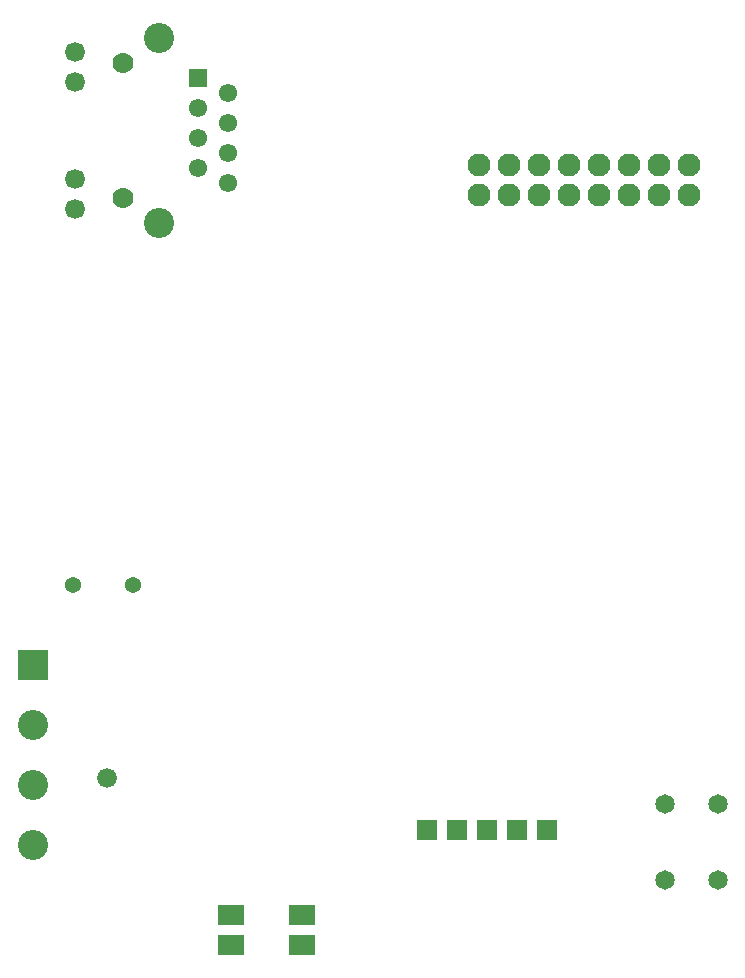
<source format=gbr>
G04 DesignSpark PCB Gerber Version 9.0 Build 5138 *
G04 #@! TF.Part,Single*
G04 #@! TF.FileFunction,Soldermask,Bot *
G04 #@! TF.FilePolarity,Negative *
%FSLAX35Y35*%
%MOIN*%
G04 #@! TA.AperFunction,ComponentPad*
%ADD15R,0.06112X0.06112*%
%ADD19R,0.06600X0.06600*%
%ADD11R,0.10049X0.10049*%
%ADD70C,0.05391*%
%ADD16C,0.06112*%
%ADD14C,0.06506*%
G04 #@! TA.AperFunction,WasherPad*
%ADD10C,0.06600*%
G04 #@! TA.AperFunction,ComponentPad*
%ADD17C,0.06624*%
%ADD18C,0.06998*%
%ADD13C,0.07687*%
%ADD12C,0.10049*%
%ADD71R,0.08600X0.06600*%
X0Y0D02*
D02*
D10*
X51864Y68754D03*
D02*
D11*
X27061Y106549D03*
D02*
D12*
Y46549D03*
Y66549D03*
Y86549D03*
X68990Y253793D03*
Y315604D03*
D02*
D13*
X175683Y263045D03*
Y273045D03*
X185683Y263045D03*
Y273045D03*
X195683Y263045D03*
Y273045D03*
X205683Y263045D03*
Y273045D03*
X215683Y263045D03*
Y273045D03*
X225683Y263045D03*
Y273045D03*
X235683Y263045D03*
Y273045D03*
X245683Y263045D03*
Y273045D03*
D02*
D14*
X237691Y34699D03*
Y60289D03*
X255407Y34699D03*
Y60289D03*
D02*
D15*
X81982Y302199D03*
D02*
D16*
Y272199D03*
Y282199D03*
Y292199D03*
X91982Y267199D03*
Y277199D03*
Y287199D03*
Y297199D03*
D02*
D17*
X40998Y258557D03*
Y268557D03*
Y300841D03*
Y310841D03*
D02*
D18*
X56982Y262199D03*
Y307199D03*
D02*
D19*
X158321Y51628D03*
X168321D03*
X178321D03*
X188321D03*
X198321D03*
D02*
D70*
X40447Y133321D03*
X60447D03*
D02*
D71*
X93203Y13242D03*
Y23242D03*
X116825Y13242D03*
Y23242D03*
X0Y0D02*
M02*

</source>
